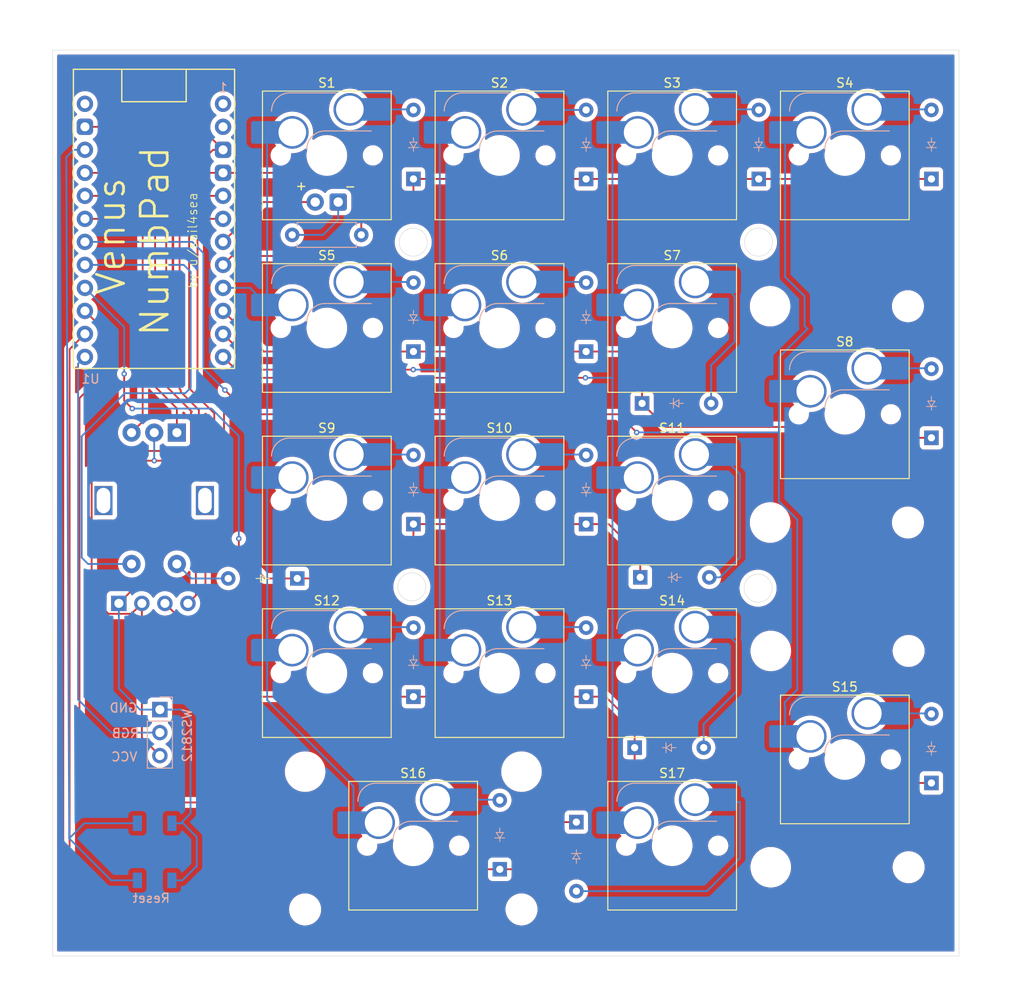
<source format=kicad_pcb>
(kicad_pcb (version 20241229) (generator "pcbnew") (generator_version "9.0")
  (layers (0 "F.Cu" signal) (2 "B.Cu" signal) (13 "F.Paste" user) (15 "B.Paste" user) (5 "F.SilkS" user "F.Silkscreen") (7 "B.SilkS" user "B.Silkscreen") (1 "F.Mask" user) (3 "B.Mask" user) (25 "Edge.Cuts" user))
  (net 0 "")
  (net 1 "Net-(D1-A)")
  (net 2 "Row 1")
  (net 3 "Net-(D2-A)")
  (net 4 "Net-(D3-A)")
  (net 5 "Net-(D4-A)")
  (net 6 "Row 2")
  (net 7 "Net-(D5-A)")
  (net 8 "Net-(D6-A)")
  (net 9 "Net-(D7-A)")
  (net 10 "Net-(D8-A)")
  (net 11 "Net-(D9-A)")
  (net 12 "Row 3")
  (net 13 "Net-(D10-A)")
  (net 14 "Net-(D11-A)")
  (net 15 "Row 4")
  (net 16 "Net-(D12-A)")
  (net 17 "Net-(D13-A)")
  (net 18 "Net-(D14-A)")
  (net 19 "Net-(D15-A)")
  (net 20 "Row 5")
  (net 21 "Net-(D16-A)")
  (net 22 "Net-(D17-A)")
  (net 23 "Net-(D18-A)")
  (net 24 "LED")
  (net 25 "Net-(D20-K)")
  (net 26 "SCL")
  (net 27 "GND")
  (net 28 "VCC")
  (net 29 "SDA")
  (net 30 "Column 2")
  (net 31 "Column 3")
  (net 32 "Column 4")
  (net 33 "Column 5")
  (net 34 "Rot A")
  (net 35 "Rot B")
  (net 36 "Column 1")
  (net 37 "RST")
  (net 41 "Underglow")
  (footprint "ScottoKeebs_Hotswap:Hotswap_MX_Plated_1.00u" (layer "F.Cu") (at 123.42 95.725)
    (property "Reference" "S9")
    (property "Value" "Keyswitch" (hide yes))
  )
  (footprint "ScottoKeebs_Hotswap:Hotswap_MX_Plated_1.00u" (layer "F.Cu") (at 142.47 57.625)
    (property "Reference" "S2")
    (property "Value" "Keyswitch" (hide yes))
  )
  (footprint "PCM_marbastlib-mx:LED_MX_3mm" (layer "F.Cu") (at 123.405 62.775)
    (property "Reference" "D20" (hide yes))
    (property "Value" "Placeholder_LED" (hide yes))
  )
  (footprint "ScottoKeebs_Stabilizer:Stabilizer_MX_2.00u" (layer "F.Cu") (at 180.55 86.212 -90)
    (property "Reference" "REF**" (hide yes))
    (property "Value" "Stabilizer_MX_2.00u" (hide yes))
  )
  (footprint "ScottoKeebs_Scotto:Encoder_EC11_MX" (layer "F.Cu") (at 104.375 95.725 -90)
    (property "Reference" "SW1" (hide yes))
    (property "Value" "RotaryEncoder_Switch" (hide yes))
  )
  (footprint "ScottoKeebs_Hotswap:Hotswap_MX_Plated_1.00u" (layer "F.Cu") (at 161.52 95.725)
    (property "Reference" "S11")
    (property "Value" "Keyswitch" (hide yes))
  )
  (footprint "ScottoKeebs_Hotswap:Hotswap_MX_Plated_1.00u" (layer "F.Cu") (at 142.47 114.775)
    (property "Reference" "S13")
    (property "Value" "Keyswitch" (hide yes))
  )
  (footprint "ScottoKeebs_Hotswap:Hotswap_MX_Plated_2.00u_90deg" (layer "F.Cu") (at 180.57 86.2)
    (property "Reference" "S8")
    (property "Value" "Keyswitch" (hide yes))
  )
  (footprint "ScottoKeebs_Hotswap:Hotswap_MX_Plated_2.00u_90deg" (layer "F.Cu") (at 180.57 124.3)
    (property "Reference" "S15")
    (property "Value" "Keyswitch" (hide yes))
  )
  (footprint "ScottoKeebs_Hotswap:Hotswap_MX_Plated_1.00u" (layer "F.Cu") (at 142.47 76.675)
    (property "Reference" "S6")
    (property "Value" "Keyswitch" (hide yes))
  )
  (footprint "ScottoKeebs_Hotswap:Hotswap_MX_Plated_1.00u" (layer "F.Cu") (at 123.42 57.625)
    (property "Reference" "S1")
    (property "Value" "Keyswitch" (hide yes))
  )
  (footprint "ScottoKeebs_Hotswap:Hotswap_MX_Plated_2.00u" (layer "F.Cu") (at 161.52 133.825)
    (property "Reference" "S17")
    (property "Value" "Keyswitch" (hide yes))
  )
  (footprint "ScottoKeebs_Stabilizer:Stabilizer_MX_2.00u" (layer "F.Cu") (at 132.962 133.875 180)
    (property "Reference" "REF**" (hide yes))
    (property "Value" "Stabilizer_MX_2.00u" (hide yes))
  )
  (footprint "ScottoKeebs_Components:Diode_DO-35" (layer "F.Cu") (at 120.16 104.325 180)
    (property "Reference" "D18" (hide yes))
    (property "Value" "Diode" (hide yes))
  )
  (footprint "ScottoKeebs_Hotswap:Hotswap_MX_Plated_1.00u" (layer "F.Cu") (at 142.47 95.725)
    (property "Reference" "S10")
    (property "Value" "Keyswitch" (hide yes))
  )
  (footprint "ScottoKeebs_Components:OLED_128x32" (layer "F.Cu") (at 110.275 105.475 -90)
    (property "Reference" "J1" (hide yes))
    (property "Value" "OLED_128x32" (hide yes))
  )
  (footprint "ScottoKeebs_Stabilizer:Stabilizer_MX_2.00u" (layer "F.Cu") (at 180.625 124.262 -90)
    (property "Reference" "REF**" (hide yes))
    (property "Value" "Stabilizer_MX_2.00u" (hide yes))
  )
  (footprint "ScottoKeebs_Hotswap:Hotswap_MX_Plated_1.00u" (layer "F.Cu") (at 180.57 57.625)
    (property "Reference" "S4")
    (property "Value" "Keyswitch" (hide yes))
  )
  (footprint "ScottoKeebs_Hotswap:Hotswap_MX_Plated_1.00u" (layer "F.Cu") (at 161.52 76.675)
    (property "Reference" "S7")
    (property "Value" "Keyswitch" (hide yes))
  )
  (footprint "PCM_marbastlib-xp-promicroish:ProMicro_USBdn" (layer "F.Cu") (at 104.35 65.9)
    (property "Reference" "U1")
    (property "Value" "ProMicro" (hide yes))
  )
  (footprint "ScottoKeebs_Hotswap:Hotswap_MX_Plated_1.00u" (layer "F.Cu") (at 123.42 76.675)
    (property "Reference" "S5")
    (property "Value" "Keyswitch" (hide yes))
  )
  (footprint "ScottoKeebs_Hotswap:Hotswap_MX_Plated_1.00u" (layer "F.Cu") (at 123.42 114.775)
    (property "Reference" "S12")
    (property "Value" "Keyswitch" (hide yes))
  )
  (footprint "ScottoKeebs_Hotswap:Hotswap_MX_Plated_1.00u" (layer "F.Cu") (at 132.945 133.825)
    (property "Reference" "S16")
    (property "Value" "Keyswitch" (hide yes))
  )
  (footprint "ScottoKeebs_Hotswap:Hotswap_MX_Plated_1.00u" (layer "F.Cu") (at 161.52 57.625)
    (property "Reference" "S3")
    (property "Value" "Keyswitch" (hide yes))
  )
  (footprint "ScottoKeebs_Hotswap:Hotswap_MX_Plated_1.00u" (layer "F.Cu") (at 161.52 114.775)
    (property "Reference" "S14")
    (property "Value" "Keyswitch" (hide yes))
  )
  (footprint "ScottoKeebs_Components:Diode_DO-35" (layer "B.Cu") (at 132.975 60.225 90)
    (property "Reference" "D1" (hide yes))
    (property "Value" "Diode" (hide yes))
  )
  (footprint "ScottoKeebs_Components:Diode_DO-35" (layer "B.Cu") (at 150.95 131.22 -90)
    (property "Reference" "D17" (hide yes))
    (property "Value" "Diode" (hide yes))
  )
  (footprint "ScottoKeebs_Components:Diode_DO-35" (layer "B.Cu") (at 152.025 60.225 90)
    (property "Reference" "D2" (hide yes))
    (property "Value" "Diode" (hide yes))
  )
  (footprint "Connector_PinHeader_2.54mm:PinHeader_1x03_P2.54mm_Vertical" (layer "B.Cu") (at 105 118.8 180)
    (property "Reference" "J2" (hide yes))
    (property "Value" "Conn_01x03" (hide yes))
  )
  (footprint "ScottoKeebs_Components:Diode_DO-35" (layer "B.Cu") (at 190.125 60.225 90)
    (property "Reference" "D4" (hide yes))
    (property "Value" "Diode" (hide yes))
  )
  (footprint "ScottoKeebs_Components:Diode_DO-35" (layer "B.Cu") (at 171.075 60.225 90)
    (property "Reference" "D3" (hide yes))
    (property "Value" "Diode" (hide yes))
  )
  (footprint "ScottoKeebs_Components:Diode_DO-35" (layer "B.Cu") (at 190.125 88.8 90)
    (property "Reference" "D8" (hide yes))
    (property "Value" "Diode" (hide yes))
  )
  (footprint "ScottoKeebs_Components:Button_TL3342" (layer "B.Cu") (at 104.425 134.5 -90)
    (property "Reference" "SW2" (hide yes))
    (property "Value" "Switch" (hide yes))
  )
  (footprint "Resistor_THT:R_Axial_DIN0207_L6.3mm_D2.5mm_P7.62mm_Horizontal" (layer "B.Cu") (at 119.6 66.4)
    (property "Reference" "R1" (hide yes))
    (property "Value" "Resistor" (hide yes))
  )
  (footprint "ScottoKeebs_Components:Diode_DO-35" (layer "B.Cu") (at 132.975 98.325 90)
    (property "Reference" "D9" (hide yes))
    (property "Value" "Diode" (hide yes))
  )
  (footprint "ScottoKeebs_Components:Diode_DO-35" (layer "B.Cu") (at 152.025 98.325 90)
    (property "Reference" "D10" (hide yes))
    (property "Value" "Diode" (hide yes))
  )
  (footprint "ScottoKeebs_Components:Diode_DO-35" (layer "B.Cu") (at 190.125 126.9 90)
    (property "Reference" "D15" (hide yes))
    (property "Value" "Diode" (hide yes))
  )
  (footprint "ScottoKeebs_Components:Diode_DO-35" (layer "B.Cu") (at 157.38 123)
    (property "Reference" "D14" (hide yes))
    (property "Value" "Diode" (hide yes))
  )
  (footprint "ScottoKeebs_Components:Diode_DO-35" (layer "B.Cu") (at 158.2 85)
    (property "Reference" "D7" (hide yes))
    (property "Value" "Diode" (hide yes))
  )
  (footprint "ScottoKeebs_Components:Diode_DO-35" (layer "B.Cu") (at 158 104.2)
    (property "Reference" "D11" (hide yes))
    (property "Value" "Diode" (hide yes))
  )
  (footprint "ScottoKeebs_Components:Diode_DO-35" (layer "B.Cu") (at 132.975 79.275 90)
    (property "Reference" "D5" (hide yes))
    (property "Value" "Diode" (hide yes))
  )
  (footprint "ScottoKeebs_Components:Diode_DO-35" (layer "B.Cu") (at 142.5 136.425 90)
    (property "Reference" "D16" (hide yes))
    (property "Value" "Diode" (hide yes))
  )
  (footprint "ScottoKeebs_Components:Diode_DO-35" (layer "B.Cu") (at 152.025 79.275 90)
    (property "Reference" "D6" (hide yes))
    (property "Value" "Diode" (hide yes))
  )
  (footprint "ScottoKeebs_Components:Diode_DO-35" (layer "B.Cu") (at 132.975 117.375 90)
    (property "Reference" "D12" (hide yes))
    (property "Value" "Diode" (hide yes))
  )
  (footprint "ScottoKeebs_Components:Diode_DO-35" (layer "B.Cu") (at 152.025 117.375 90)
    (property "Reference" "D13" (hide yes))
    (property "Value" "Diode" (hide yes))
  )
  (gr_line (start 94.67 57.83) (end 94.995 133.02) (stroke (width 0.2)) (layer "B.Cu") (net 37))
  (gr_circle (center 171 105.4) (end 172.55 105.4) (stroke (width 0.05)) (fill no) (layer "Edge.Cuts"))
  (gr_circle (center 132.8 105.25) (end 134.35 105.25) (stroke (width 0.05)) (fill no) (layer "Edge.Cuts"))
  (gr_rect (start 93.17 46) (end 193.17 146) (stroke (width 0.05)) (fill no) (layer "Edge.Cuts"))
  (gr_circle (center 171.05 67.2) (end 172.6 67.2) (stroke (width 0.05)) (fill no) (layer "Edge.Cuts"))
  (gr_circle (center 132.95 67.2) (end 134.5 67.2) (stroke (width 0.05)) (fill no) (layer "Edge.Cuts"))
  (gr_text "by u/sail4sea" (at 109.2 72.4 90) (layer "F.SilkS") (effects (font (size 1 1) (thickness 0.1)) (justify left bottom)))
  (gr_text "  Venus\nNumbPad" (at 106.2 77.8 90) (layer "F.SilkS") (effects (font (size 3 3) (thickness 0.3)) (justify left bottom)))
  (gr_text "VCC" (at 102.6 124.6 0) (layer "B.SilkS") (effects (font (size 1 1)) (justify left bottom mirror)))
  (gr_text "Reset" (at 106.2 140.2 0) (layer "B.SilkS") (effects (font (size 1 1)) (justify left bottom mirror)))
  (gr_text "WS2812" (at 108.6 118.6 90) (layer "B.SilkS") (effects (font (size 1 1)) (justify left bottom mirror)))
  (gr_text "GND" (at 102.6 119.2 0) (layer "B.SilkS") (effects (font (size 1 1)) (justify left bottom mirror)))
  (gr_text "RGB" (at 102.8 122 0) (layer "B.SilkS") (effects (font (size 1 1)) (justify left bottom mirror)))
  (segment (start 132.915 52.545) (end 132.975 52.605) (width 0.2) (layer "B.Cu") (net 1))
  (segment (start 128.74 52.545) (end 132.915 52.545) (width 0.2) (layer "B.Cu") (net 1))
  (segment (start 127.475 68.725) (end 112.955 68.725) (width 0.2) (layer "F.Cu") (net 2))
  (segment (start 190.125 60.225) (end 132.975 60.225) (width 0.2) (layer "F.Cu") (net 2))
  (segment (start 132.975 60.225) (end 152.025 60.225) (width 0.2) (layer "F.Cu") (net 2))
  (segment (start 112.955 68.725) (end 111.97 69.71) (width 0.2) (layer "F.Cu") (net 2))
  (segment (start 132.975 60.225) (end 132.975 63.225) (width 0.2) (layer "F.Cu") (net 2))
  (segment (start 132.975 63.225) (end 127.475 68.725) (width 0.2) (layer "F.Cu") (net 2))
  (segment (start 152.025 52.605) (end 147.85 52.605) (width 0.2) (layer "B.Cu") (net 3))
  (segment (start 147.85 52.605) (end 147.79 52.545) (width 0.2) (layer "B.Cu") (net 3))
  (segment (start 171.015 52.545) (end 171.075 52.605) (width 0.2) (layer "B.Cu") (net 4))
  (segment (start 166.84 52.545) (end 171.015 52.545) (width 0.2) (layer "B.Cu") (net 4))
  (segment (start 190.065 52.545) (end 190.125 52.605) (width 0.2) (layer "B.Cu") (net 5))
  (segment (start 185.89 52.545) (end 190.065 52.545) (width 0.2) (layer "B.Cu") (net 5))
  (segment (start 132.975 79.275) (end 152.025 79.275) (width 0.2) (layer "F.Cu") (net 6))
  (segment (start 152.025 79.275) (end 156.275 79.275) (width 0.2) (layer "F.Cu") (net 6))
  (segment (start 182.8 89.4) (end 178.8 89.4) (width 0.2) (layer "F.Cu") (net 6))
  (segment (start 160.8 87.6) (end 158.2 85) (width 0.2) (layer "F.Cu") (net 6))
  (segment (start 178.8 89.4) (end 177 87.6) (width 0.2) (layer "F.Cu") (net 6))
  (segment (start 116.455 79.275) (end 132.975 79.275) (width 0.2) (layer "F.Cu") (net 6))
  (segment (start 183.4 88.8) (end 182.8 89.4) (width 0.2) (layer "F.Cu") (net 6))
  (segment (start 156.275 79.275) (end 158.2 81.2) (width 0.2) (layer "F.Cu") (net 6))
  (segment (start 190.125 88.8) (end 183.4 88.8) (width 0.2) (layer "F.Cu") (net 6))
  (segment (start 177 87.6) (end 160.8 87.6) (width 0.2) (layer "F.Cu") (net 6))
  (segment (start 158.2 81.2) (end 158.2 85) (width 0.2) (layer "F.Cu") (net 6))
  (segment (start 111.97 74.79) (end 116.455 79.275) (width 0.2) (layer "F.Cu") (net 6))
  (segment (start 128.74 71.595) (end 132.915 71.595) (width 0.2) (layer "B.Cu") (net 7))
  (segment (start 132.915 71.595) (end 132.975 71.655) (width 0.2) (layer "B.Cu") (net 7))
  (segment (start 151.965 71.595) (end 152.025 71.655) (width 0.2) (layer "B.Cu") (net 8))
  (segment (start 147.79 71.595) (end 151.965 71.595) (width 0.2) (layer "B.Cu") (net 8))
  (segment (start 167.92 70.515) (end 166.84 71.595) (width 0.2) (layer "B.Cu") (net 9))
  (segment (start 165.82 85) (end 165.82 80.78) (width 0.2) (layer "B.Cu") (net 9))
  (segment (start 168.4 78.2) (end 168.4 73.155) (width 0.2) (layer "B.Cu") (net 9))
  (segment (start 168.4 73.155) (end 166.84 71.595) (width 0.2) (layer "B.Cu") (net 9))
  (segment (start 165.82 80.78) (end 168.4 78.2) (width 0.2) (layer "B.Cu") (net 9))
  (segment (start 185.89 81.12) (end 190.065 81.12) (width 0.2) (layer "B.Cu") (net 10))
  (segment (start 190.065 81.12) (end 190.125 81.18) (width 0.2) (layer "B.Cu") (net 10))
  (segment (start 128.74 90.645) (end 132.915 90.645) (width 0.2) (layer "B.Cu") (net 11))
  (segment (start 132.915 90.645) (end 132.975 90.705) (width 0.2) (layer "B.Cu") (net 11))
  (segment (start 154.525 98.325) (end 152.025 98.325) (width 0.2) (layer "F.Cu") (net 12))
  (segment (start 113.71 99.93) (end 113.71 101.43) (width 0.2) (layer "F.Cu") (net 12))
  (segment (start 129.85 104.325) (end 133.125 101.05) (width 0.2) (layer "F.Cu") (net 12))
  (segment (start 133.125 101.05) (end 132.975 100.9) (width 0.2) (layer "F.Cu") (net 12))
  (segment (start 132.975 100.9) (end 132.975 98.325) (width 0.2) (layer "F.Cu") (net 12))
  (segment (start 101.06 84.68) (end 101.95 85.57) (width 0.2) (layer "F.Cu") (net 12))
  (segment (start 101.06 81.74) (end 101.06 84.68) (width 0.2) (layer "F.Cu") (net 12))
  (segment (start 120.16 104.325) (end 129.85 104.325) (width 0.2) (layer "F.Cu") (net 12))
  (segment (start 116.605 104.325) (end 120.16 104.325) (width 0.2) (layer "F.Cu") (net 12))
  (segment (start 132.975 98.325) (end 152.025 98.325) (width 0.2) (layer "F.Cu") (net 12))
  (segment (start 158 104.2) (end 158 101.8) (width 0.2) (layer "F.Cu") (net 12))
  (segment (start 113.71 101.43) (end 116.605 104.325) (width 0.2) (layer "F.Cu") (net 12))
  (segment (start 158 101.8) (end 154.525 98.325) (width 0.2) (layer "F.Cu") (net 12))
  (via (at 101.95 85.57) (size 0.6) (drill 0.3) (layers "F.Cu" "B.Cu") (net 12))
  (via (at 113.71 99.93) (size 0.6) (drill 0.3) (layers "F.Cu" "B.Cu") (net 12))
  (via (at 101.06 81.74) (size 0.6) (drill 0.3) (layers "F.Cu" "B.Cu") (net 12))
  (segment (start 113.11 88) (end 113.71 88.6) (width 0.2) (layer "B.Cu") (net 12))
  (segment (start 101.06 76.58) (end 101.06 81.74) (width 0.2) (layer "B.Cu") (net 12))
  (segment (start 101.95 85.57) (end 110.68 85.57) (width 0.2) (layer "B.Cu") (net 12))
  (segment (start 96.73 72.25) (end 101.06 76.58) (width 0.2) (layer "B.Cu") (net 12))
  (segment (start 113.71 88.6) (end 113.71 99.93) (width 0.2) (layer "B.Cu") (net 12))
  (segment (start 110.68 85.57) (end 113.11 88) (width 0.2) (layer "B.Cu") (net 12))
  (segment (start 151.965 90.645) (end 152.025 90.705) (width 0.2) (layer "B.Cu") (net 13))
  (segment (start 147.79 90.645) (end 151.965 90.645) (width 0.2) (layer "B.Cu") (net 13))
  (segment (start 169 92.805) (end 169 102) (width 0.2) (layer "B.Cu") (net 14))
  (segment (start 169 102) (end 166.8 104.2) (width 0.2) (layer "B.Cu") (net 14))
  (segment (start 166.8 104.2) (end 165.62 104.2) (width 0.2) (layer "B.Cu") (net 14))
  (segment (start 166.84 90.645) (end 169 92.805) (width 0.2) (layer "B.Cu") (net 14))
  (segment (start 99 77.06) (end 96.73 74.79) (width 0.2) (layer "F.Cu") (net 15))
  (segment (start 152.025 117.375) (end 154.175 117.375) (width 0.2) (layer "F.Cu") (net 15))
  (segment (start 113.24 127.98) (end 112.17 129.05) (width 0.2) (layer "F.Cu") (net 15))
  (segment (start 132.975 117.375) (end 113.24 117.375) (width 0.2) (layer "F.Cu") (net 15))
  (segment (start 172.2 125.6) (end 173.6 127) (width 0.2) (layer "F.Cu") (net 15))
  (segment (start 157.38 124.58) (end 158.4 125.6) (width 0.2) (layer "F.Cu") (net 15))
  (segment (start 157.38 123) (end 157.38 124.58) (width 0.2) (layer "F.Cu") (net 15))
  (segment (start 97.8 129.05) (end 97.72 129.13) (width 0.2) (layer "F.Cu") (net 15))
  (segment (start 99 81.5471) (end 99 77.06) (width 0.2) (layer "F.Cu") (net 15))
  (segment (start 154.175 117.375) (end 157.38 120.58) (width 0.2) (layer "F.Cu") (net 15))
  (segment (start 152.025 117.375) (end 132.975 117.375) (width 0.2) (layer "F.Cu") (net 15))
  (segment (start 158.4 125.6) (end 172.2 125.6) (width 0.2) (layer "F.Cu") (net 15))
  (segment (start 157.38 120.58) (end 157.38 123) (width 0.2) (layer "F.Cu") (net 15))
  (segment (start 96.13 127.54) (end 96.13 84.4171) (width 0.2) (layer "F.Cu") (net 15))
  (segment (start 173.7 126.9) (end 190.125 126.9) (width 0.2) (layer "F.Cu") (net 15))
  (segment (start 97.72 129.13) (end 96.13 127.54) (width 0.2) (layer "F.Cu") (net 15))
  (segment (start 173.6 127) (end 173.7 126.9) (width 0.2) (layer "F.Cu") (net 15))
  (segment (start 112.17 129.05) (end 97.8 129.05) (width 0.2) (layer "F.Cu") (net 15))
  (segment (start 96.13 84.4171) (end 99 81.5471) (width 0.2) (layer "F.Cu") (net 15))
  (segment (start 113.24 117.375) (end 113.24 127.98) (width 0.2) (layer "F.Cu") (net 15))
  (segment (start 132.915 109.695) (end 132.975 109.755) (width 0.2) (layer "B.Cu") (net 16))
  (segment (start 128.74 109.695) (end 132.915 109.695) (width 0.2) (layer "B.Cu") (net 16))
  (segment (start 147.79 109.695) (end 151.965 109.695) (width 0.2) (layer "B.Cu") (net 17))
  (segment (start 151.965 109.695) (end 152.025 109.755) (width 0.2) (layer "B.Cu") (net 17))
  (segment (start 168.6 116.8) (end 168.6 111.455) (width 0.2) (layer "B.Cu") (net 18))
  (segment (start 167.855 108.68) (end 166.84 109.695) (width 0.2) (layer "B.Cu") (net 18))
  (segment (start 168.6 111.455) (end 166.84 109.695) (width 0.2) (layer "B.Cu") (net 18))
  (segment (start 165 120.4) (end 168.6 116.8) (width 0.2) (layer "B.Cu") (net 18))
  (segment (start 165 123) (end 165 120.4) (width 0.2) (layer "B.Cu") (net 18))
  (segment (start 185.89 119.22) (end 190.065 119.22) (width 0.2) (layer "B.Cu") (net 19))
  (segment (start 190.065 119.22) (end 190.125 119.28) (width 0.2) (layer "B.Cu") (net 19))
  (segment (start 115.175 140.6) (end 119.35 136.425) (width 0.2) (layer "F.Cu") (net 20))
  (segment (start 149.15 131.22) (end 150.95 131.22) (width 0.2) (layer "F.Cu") (net 20))
  (segment (start 95.04 135.44) (end 100.2 140.6) (width 0.2) (layer "F.Cu") (net 20))
  (segment (start 96.73 77.33) (end 95.04 79.02) (width 0.2) (layer "F.Cu") (net 20))
  (segment (start 119.35 136.425) (end 142.5 136.425) (width 0.2) (layer "F.Cu") (net 20))
  (segment (start 143.945 136.425) (end 149.15 131.22) (width 0.2) (layer "F.Cu") (net 20))
  (segment (start 142.5 136.425) (end 143.945 136.425) (width 0.2) (layer "F.Cu") (net 20))
  (segment (start 100.2 140.6) (end 115.175 140.6) (width 0.2) (layer "F.Cu") (net 20))
  (segment (start 95.04 79.02) (end 95.04 135.44) (width 0.2) (layer "F.Cu") (net 20))
  (segment (start 138.265 128.745) (end 142.44 128.745) (width 0.2) (layer "B.Cu") (net 21))
  (segment (start 142.44 128.745) (end 142.5 128.805) (width 0.2) (layer "B.Cu") (net 21))
  (segment (start 165.445 138.755) (end 169 135.2) (width 0.2) (layer "B.Cu") (net 22))
  (segment (start 169 135.2) (end 169 129) (width 0.2) (layer "B.Cu") (net 22))
  (segment (start 167.095 129) (end 166.84 128.745) (width 0.2) (layer "B.Cu") (net 22))
  (segment (start 150.95 138.84) (end 165.36 138.84) (width 0.2) (layer "B.Cu") (net 22))
  (segment (start 165.36 138.84) (end 165.445 138.755) (width 0.2) (layer "B.Cu") (net 22))
  (segment (start 169 129) (end 167.095 129) (width 0.2) (layer "B.Cu") (net 22))
  (segment (start 106.875 102.725) (end 108.475 104.325) (width 0.2) (layer "B.Cu") (net 23))
  (segment (start 108.475 104.325) (end 112.54 104.325) (width 0.2) (layer "B.Cu") (net 23))
  (segment (start 116.365 62.775) (end 111.97 67.17) (width 0.2) (layer "F.Cu") (net 24))
  (segment (start 122.135 62.775) (end 116.365 62.775) (width 0.2) (layer "F.Cu") (net 24))
  (segment (start 119.6 66.4) (end 123 66.4) (width 0.2) (layer "B.Cu") (net 25))
  (segment (start 123 66.4) (end 124.675 64.725) (width 0.2) (layer "B.Cu") (net 25))
  (segment (start 124.675 64.725) (end 124.675 62.775) (width 0.2) (layer "B.Cu") (net 25))
  (segment (start 112.075 85.575) (end 109.15 82.65) (width 0.2) (layer "F.Cu") (net 26))
  (segment (start 105.555 107.075) (end 107.33 108.85) (width 0.2) (layer "F.Cu") (net 26))
  (segment (start 108.9 108.85) (end 110.025 107.725) (width 0.2) (layer "F.Cu") (net 26))
  (segment (start 109.77 64.63) (end 109.15 65.25) (width 0.2) (layer "F.Cu") (net 26))
  (segment (start 110.025 100.125) (end 112.075 98.075) (width 0.2) (layer "F.Cu") (net 26))
  (segment (start 112.075 98.075) (end 112.075 85.575) (width 0.2) (layer "F.Cu") (net 26))
  (segment (start 107.33 108.85) (end 108.9 108.85) (width 0.2) (layer "F.Cu") (net 26))
  (segment (start 110.025 107.725) (end 110.025 100.125) (width 0.2) (layer "F.Cu") (net 26))
  (segment (start 109.15 82.65) (end 109.15 65.25) (width 0.2) (layer "F.Cu") (net 26))
  (segment (start 111.97 64.63) (end 109.77 64.63) (width 0.2) (layer "F.Cu") (net 26))
  (segment (start 109.43 54.47) (end 111.97 57.01) (width 0.2) (layer "F.Cu") (net 27))
  (segment (start 100.5 98.175) (end 100.5 92.375) (width 0.2) (layer "F.Cu") (net 27))
  (segment (start 126.4 60.2) (end 119.2 60.2) (width 0.2) (layer "F.Cu") (net 27))
  (segment (start 100.425 98.25) (end 100.5 98.175) (width 0.2) (layer "F.Cu") (net 27))
  (segment (start 100.475 107.075) (end 104.05 103.5) (width 0.2) (layer "F.Cu") (net 27))
  (segment (start 110.865 57.01) (end 111.97 57.01) (width 0.2) (layer "F.Cu") (net 27))
  (segment (start 104.05 101.875) (end 100.425 98.25) (width 0.2) (layer "F.Cu") (net 27))
  (segment (start 119.2 60.2) (end 118.55 59.55) (width 0.2) (layer "F.Cu") (net 27))
  (segment (start 111.97 59.55) (end 108.325 59.55) (width 0.2) (layer "F.Cu") (net 27))
  (segment (start 104.375 91.325) (end 108.95 91.325) (width 0.2) (layer "F.Cu") (net 27))
  (segment (start 107.3 83.725) (end 107.3 83.525) (width 0.2) (layer "F.Cu") (net 27))
  (segment (start 107.3 83.525) (end 107.175 83.4) (width 0.2) (layer "F.Cu") (net 27))
  (segment (start 127.22 61.02) (end 126.4 60.2) (width 0.2) (layer "F.Cu") (net 27))
  (segment (start 96.73 54.47) (end 109.43 54.47) (width 0.2) (layer "F.Cu") (net 27))
  (segment (start 104.375 91.325) (end 101.55 91.325) (width 0.2) (layer "F.Cu") (net 27))
  (segment (start 101.55 91.325) (end 100.5 92.375) (width 0.2) (layer "F.Cu") (net 27))
  (segment (start 118.55 59.55) (end 111.97 59.55) (width 0.2) (layer "F.Cu") (net 27))
  (segment (start 107.175 83.4) (end 107.175 60.7) (width 0.2) (layer "F.Cu") (net 27))
  (segment (start 127.22 66.4) (end 127.22 61.02) (width 0.2) (layer "F.Cu") (net 27))
  (segment (start 107.175 60.7) (end 107.3 60.575) (width 0.2) (layer "F.Cu") (net 27))
  (segment (start 108.325 59.55) (end 107.3 60.575) (width 0.2) (layer "F.Cu") (net 27))
  (segment (start 107.3 60.575) (end 110.865 57.01) (width 0.2) (layer "F.Cu") (net 27))
  (segment (start 104.05 103.5) (end 104.05 101.875) (width 0.2) (layer "F.Cu") (net 27))
  (segment (start 108.95 91.325) (end 109.3 90.975) (width 0.2) (layer "F.Cu") (net 27))
  (segment (start 109.3 85.725) (end 107.3 83.725) (width 0.2) (layer "F.Cu") (net 27))
  (segment (start 109.3 90.975) (end 109.3 85.725) (width 0.2) (layer "F.Cu") (net 27))
  (via (at 104.375 91.325) (size 0.6) (drill 0.3) (layers "F.Cu" "B.Cu") (net 27))
  (segment (start 108.38 119.8) (end 107.38 118.8) (width 0.2) (layer "B.Cu") (net 27))
  (segment (start 102.8 118.8) (end 105 118.8) (width 0.2) (layer "B.Cu") (net 27))
  (segment (start 104.375 88.225) (end 104.375 91.325) (width 0.2) (layer "B.Cu") (net 27))
  (segment (start 106.325 131.35) (end 107.3 131.35) (width 0.2) (layer "B.Cu") (net 27))
  (segment (start 107.55 131.35) (end 109.07 132.87) (width 0.2) (layer "B.Cu") (net 27))
  (segment (start 109.07 132.87) (end 109.07 136.12) (width 0.2) (layer "B.Cu") (net 27))
  (segment (start 107.38 118.8) (end 105 118.8) (width 0.2) (layer "B.Cu") (net 27))
  (segment (start 109.01 136.12) (end 107.48 137.65) (width 0.2) (layer "B.Cu") (net 27))
  (segment (start 100.475 116.475) (end 102.8 118.8) (width 0.2) (layer "B.Cu") (net 27))
  (segment (start 106.325 131.35) (end 107.55 131.35) (width 0.2) (layer "B.Cu") (net 27))
  (segment (start 107.3 131.35) (end 108.38 130.27) (width 0.2) (layer "B.Cu") (net 27))
  (segment (start 108.38 130.27) (end 108.38 119.8) (width 0.2) (layer "B.Cu") (net 27))
  (segment (start 100.475 107.075) (end 100.475 116.475) (width 0.2) (layer "B.Cu") (net 27))
  (segment (start 107.48 137.65) (end 106.325 137.65) (width 0.2) (layer "B.Cu") (net 27))
  (segment (start 109.07 136.12) (end 109.01 136.12) (width 0.2) (layer "B.Cu") (net 27))
  (segment (start 99.5 90.25) (end 108.425 90.25) (width 0.2) (layer "F.Cu") (net 28))
  (segment (start 108.525 85.925) (end 105.7 83.1) (width 0.2) (layer "F.Cu") (net 28))
  (segment (start 103.015 121.895) (end 105 123.88) (width 0.2) (layer "F.Cu") (net 28))
  (segment (start 104.675 59.55) (end 96.73 59.55) (width 0.2) (layer "F.Cu") (net 28))
  (segment (start 97.474 92.276) (end 99.5 90.25) (width 0.2) (layer "F.Cu") (net 28))
  (segment (start 108.425 86.025) (end 108.525 85.925) (width 0.2) (layer "F.Cu") (net 28))
  (segment (start 105.7 60.575) (end 104.675 59.55) (width 0.2) (layer "F.Cu") (net 28))
  (segment (start 105.7 83.1) (end 105.7 60.575) (width 0.2) (layer "F.Cu") (net 28))
  (segment (start 103.015 107.075) (end 101.864 108.226) (width 0.2) (layer "F.Cu") (net 28))
  (segment (start 99.324 108.226) (end 97.474 106.376) (width 0.2) (layer "F.Cu") (net 28))
  (segment (start 101.864 108.226) (end 99.324 108.226) (width 0.2) (layer "F.Cu") (net 28))
  (segment (start 103.015 107.075) (end 103.015 121.895) (width 0.2) (layer "F.Cu") (net 28))
  (segment (start 108.425 90.25) (end 108.425 86.025) (width 0.2) (layer "F.Cu") (net 28))
  (segment (start 97.474 106.376) (end 97.474 92.276) (width 0.2) (layer "F.Cu") (net 28))
  (segment (start 111 90.85) (end 111 86.1) (width 0.2) (layer "F.Cu") (net 29))
  (segment (start 111 86.1) (end 108.225 83.325) (width 0.2) (layer "F.Cu") (net 29))
  (segment (start 109.76 62.09) (end 111.97 62.09) (width 0.2) (layer "F.Cu") (net 29))
  (segment (start 108.225 63.625) (end 109.76 62.09) (width 0.2) (layer "F.Cu") (net 29))
  (segment (start 108.975 106.195) (end 108.975 98.525) (width 0.2) (layer "F.Cu") (net 29))
  (segment (start 107.875 97.425) (end 107.875 93.975) (width 0.2) (layer "F.Cu") (net 29))
  (segment (start 108.095 107.075) (end 108.975 106.195) (width 0.2) (layer "F.Cu") (net 29))
  (segment (start 107.875 93.975) (end 111 90.85) (width 0.2) (layer "F.Cu") (net 29))
  (segment (start 108.225 83.325) (end 108.225 63.625) (width 0.2) (layer "F.Cu") (net 29))
  (segment (start 108.975 98.525) (end 107.875 97.425) (width 0.2) (layer "F.Cu") (net 29))
  (segment (start 116.835 74.135) (end 116.835 93.185) (width 0.2) (layer "B.Cu") (net 30))
  (segment (start 116.835 55.085) (end 116.835 74.135) (width 0.2) (layer "B.Cu") (net 30))
  (segment (start 116.835 112.235) (end 116.835 93.185) (width 0.2) (layer "B.Cu") (net 30))
  (segment (start 111.97 72.25) (end 114.95 72.25) (width 0.2) (layer "B.Cu") (net 30))
  (segment (start 126.36 127.26) (end 126.36 131.285) (width 0.2) (layer "B.Cu") (net 30))
  (segment (start 114.95 72.25) (end 116.835 74.135) (width 0.2) (layer "B.Cu") (net 30))
  (segment (start 116.835 112.235) (end 116.835 117.735) (width 0.2) (layer "B.Cu") (net 30))
  (segment (start 116.835 117.735) (end 126.36 127.26) (width 0.2) (layer "B.Cu") (net 30))
  (segment (start 115.915 81.275) (end 132.95 81.275) (width 0.2) (layer "F.Cu") (net 31))
  (segment (start 111.97 77.33) (end 115.915 81.275) (width 0.2) (layer "F.Cu") (net 31))
  (via (at 132.95 81.275) (size 0.6) (drill 0.3) (layers "F.Cu" "B.Cu") (net 31))
  (segment (start 135.885 112.235) (end 135.885 93.185) (width 0.2) (layer "B.Cu") (net 31))
  (segment (start 135.885 74.135) (end 135.885 81.275) (width 0.2) (layer "B.Cu") (net 31))
  (segment (start 132.95 81.275) (end 135.885 81.275) (width 0.2) (layer "B.Cu") (net 31))
  (segment (start 135.885 81.275) (end 135.885 93.185) (width 0.2) (layer "B.Cu") (net 31))
  (segment (start 135.885 55.085) (end 135.885 74.135) (width 0.2) (layer "B.Cu") (net 31))
  (segment (start 114.275 82.175) (end 151.95 82.175) (width 0.2) (layer "F.Cu") (net 32))
  (segment (start 111.97 79.87) (end 114.275 82.175) (width 0.2) (layer "F.Cu") (net 32))
  (via (at 151.95 82.175) (size 0.6) (drill 0.3) (layers "F.Cu" "B.Cu") (net 32))
  (segment (start 154.935 55.085) (end 154.935 74.135) (width 0.2) (layer "B.Cu") (net 32))
  (segment (start 151.95 82.175) (end 154.86 82.175) (width 0.2) (layer "B.Cu") (net 32))
  (segment (start 154.86 82.175) (end 154.935 82.25) (width 0.2) (layer "B.Cu") (net 32))
  (segment (start 154.935 131.285) (end 154.935 112.235) (width 0.2) (layer "B.Cu") (net 32))
  (segment (start 154.935 93.185) (end 154.935 82.25) (width 0.2) (layer "B.Cu") (net 32))
  (segment (start 154.935 82.25) (end 154.935 74.135) (width 0.2) (layer "B.Cu") (net 32))
  (segment (start 154.935 112.235) (end 154.935 93.185) (width 0.2) (layer "B.Cu") (net 32))
  (segment (start 112.175 83.525) (end 114.85 86.2) (width 0.2) (layer "F.Cu") (net 33))
  (segment (start 114.85 86.2) (end 116.4 86.2) (width 0.2) (layer "F.Cu") (net 33))
  (segment (start 155.6 86.2) (end 157.6 88.2) (width 0.2) (layer "F.Cu") (net 33))
  (segment (start 116.4 86.2) (end 155.6 86.2) (width 0.2) (layer "F.Cu") (net 33))
  (via (at 157.6 88.2) (size 0.6) (drill 0.3) (layers "F.Cu" "B.Cu") (net 33))
  (via (at 112.175 83.525) (size 0.6) (drill 0.3) (layers "F.Cu" "B.Cu") (net 33))
  (segment (start 96.73 67.17) (end 108.57 67.17) (width 0.2) (layer "B.Cu") (net 33))
  (segment (start 176.475 76.75) (end 173.296289 79.928711) (width 0.2) (layer "B.Cu") (net 33))
  (segment (start 173.985 118.56) (end 173.985 121.76) (width 0.2) (layer "B.Cu") (net 33))
  (segment (start 176.125 76.45) (end 176.425 76.75) (width 0.2) (layer "B.Cu") (net 33))
  (segment (start 175.325 97.833811) (end 175.325 116.6) (width 0.2) (layer "B.Cu") (net 33))
  (segment (start 157.6 88.2) (end 173.296289 88.2) (width 0.2) (layer "B.Cu") (net 33))
  (segment (start 173.296289 95.8051) (end 175.325 97.833811) (width 0.2) (layer "B.Cu") (net 33))
  (segment (start 109.8 68.4) (end 109.8 81.15) (width 0.2) (layer "B.Cu") (net 33))
  (segment (start 176.125 73.175) (end 176.125 76.45) (width 0.2) (layer "B.Cu") (net 33))
  (segment (start 175.325 116.6) (end 173.95 117.975) (width 0.2) (layer "B.Cu") (net 33))
  (segment (start 108.57 67.17) (end 109.8 68.4) (width 0.2) (layer "B.Cu") (net 33))
  (segment (start 173.95 117.975) (end 173.95 118.525) (width 0.2) (layer "B.Cu") (net 33))
  (segment (start 173.296289 79.928711) (end 173.296289 88.2) (width 0.2) (layer "B.Cu") (net 33))
  (segment (start 173.296289 88.2) (end 173.296289 95.8051) (width 0.2) (layer "B.Cu") (net 33))
  (segment (start 109.8 81.15) (end 112.175 83.525) (width 0.2) (layer "B.Cu") (net 33))
  (segment (start 173.985 71.035) (end 176.125 73.175) (width 0.2) (layer "B.Cu") (net 33))
  (segment (start 173.95 118.525) (end 173.985 118.56) (width 0.2) (layer "B.Cu") (net 33))
  (segment (start 176.425 76.75) (end 176.475 76.75) (width 0.2) (layer "B.Cu") (net 33))
  (segment (start 173.985 55.085) (end 173.985 71.035) (width 0.2) (layer "B.Cu") (net 33))
  (segment (start 103.165 62.09) (end 96.73 62.09) (width 0.2) (layer "F.Cu") (net 34))
  (segment (start 103.2 62.125) (end 103.165 62.09) (width 0.2) (layer "F.Cu") (net 34))
  (segment (start 104.475 63.275) (end 103.75 62.55) (width 0.2) (layer "F.Cu") (net 34))
  (segment (start 103.2 62.125) (end 103.15 62.125) (width 0.2) (layer "F.Cu") (net 34))
  (segment (start 104.475 83.15) (end 104.475 63.275) (width 0.2) (layer "F.Cu") (net 34))
  (segment (start 103.325 62.125) (end 103.2 62.125) (width 0.2) (layer "F.Cu") (net 34))
  (segment (start 106.875 85.55) (end 104.475 83.15) (width 0.2) (layer "F.Cu") (net 34))
  (segment (start 106.875 88.225) (end 106.875 85.55) (width 0.2) (layer "F.Cu") (net 34))
  (segment (start 103.75 62.55) (end 103.325 62.125) (width 0.2) (layer "F.Cu") (net 34))
  (segment (start 102.705 64.63) (end 103.1 65.025) (width 0.2) (layer "F.Cu") (net 35))
  (segment (start 96.73 64.63) (end 102.705 64.63) (width 0.2) (layer "F.Cu") (net 35))
  (segment (start 103.1 87) (end 101.875 88.225) (width 0.2) (layer "F.Cu") (net 35))
  (segment (start 103.1 65.025) (end 103.1 87) (width 0.2) (layer "F.Cu") (net 35))
  (segment (start 96.375 102.025) (end 97.075 102.725) (width 0.2) (layer "B.Cu") (net 36))
  (segment (start 97.075 102.725) (end 101.875 102.725) (width 0.2) (layer "B.Cu") (net 36))
  (segment (start 107.635 69.71) (end 108.4 70.475) (width 0.2) (layer "B.Cu") (net 36))
  (segment (start 108.4 70.475) (end 108.4 83.275) (width 0.2) (layer "B.Cu") (net 36))
  (segment (start 96.73 69.71) (end 107.635 69.71) (width 0.2) (layer "B.Cu") (net 36))
  (segment (start 108.4 83.275) (end 107.8 83.875) (width 0.2) (layer "B.Cu") (net 36))
  (segment (start 101.125 83.875) (end 96.375 88.625) (width 0.2) (layer "B.Cu") (net 36))
  (segment (start 96.375 88.625) (end 96.375 102.025) (width 0.2) (layer "B.Cu") (net 36))
  (segment (start 107.8 83.875) (end 101.125 83.875) (width 0.2) (layer "B.Cu") (net 36))
  (segment (start 96.665 131.35) (end 94.995 133.02) (width 0.2) (layer "B.Cu") (net 37))
  (segment (start 94.67 57.83) (end 95.49 57.01) (width 0.2) (layer "B.Cu") (net 37))
  (segment (start 95.49 57.01) (end 96.73 57.01) (width 0.2) (layer "B.Cu") (net 37))
  (segment (start 102.525 137.65) (end 99.625 137.65) (width 0.2) (layer "B.Cu") (net 37))
  (segment (start 99.625 137.65) (end 94.995 133.02) (width 0.2) (layer "B.Cu") (net 37))
  (segment (start 102.525 131.35) (end 96.665 131.35) (width 0.2) (layer "B.Cu") (net 37))
  (segment (start 99.63 121.34) (end 95.974 117.684) (width 0.2) (layer "B.Cu") (net 41))
  (segment (start 105 121.34) (end 99.63 121.34) (width 0.2) (layer "B.Cu") (net 41))
  (segment (start 95.974 80.626) (end 96.73 79.87) (width 0.2) (layer "B.Cu") (net 41))
  (segment (start 95.974 117.684) (end 95.974 80.626) (width 0.2) (layer "B.Cu") (net 41))
  (zone (net 0) (net_name "") (layers "F.Cu" "B.Cu") (connect_pads (clearance 0.5)) (min_thickness 0.25) (fill yes (thermal_gap 0.5) (thermal_bridge_width 0.5) (island_removal_mode 1) (island_area_min 10))
    (polygon (pts (xy 87.36 40.51) (xy 200.36 41.07) (xy 200.28 149.54) (xy 90.42 148.84) (xy 89.3 40.52) (xy 89.4 40.54) (xy 89.42 40.47) (xy 89.38 40.51)))
  )
)
</source>
